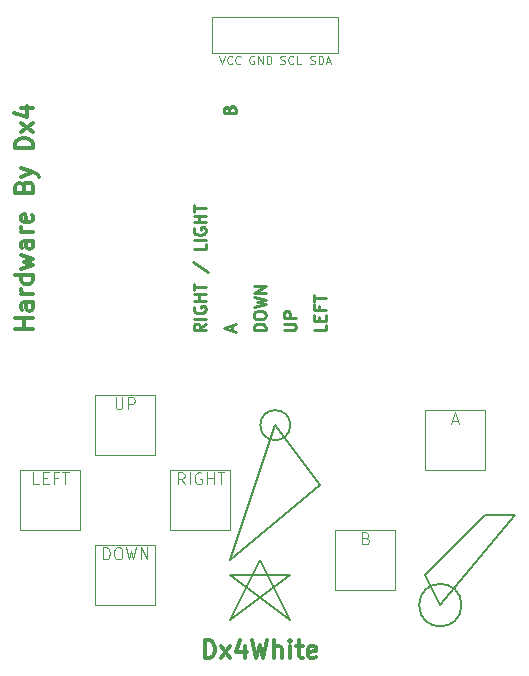
<source format=gbr>
%TF.GenerationSoftware,KiCad,Pcbnew,7.0.9+dfsg-1*%
%TF.CreationDate,2023-12-14T21:32:30+07:00*%
%TF.ProjectId,wifi,77696669-2e6b-4696-9361-645f70636258,rev?*%
%TF.SameCoordinates,Original*%
%TF.FileFunction,Legend,Top*%
%TF.FilePolarity,Positive*%
%FSLAX46Y46*%
G04 Gerber Fmt 4.6, Leading zero omitted, Abs format (unit mm)*
G04 Created by KiCad (PCBNEW 7.0.9+dfsg-1) date 2023-12-14 21:32:30*
%MOMM*%
%LPD*%
G01*
G04 APERTURE LIST*
%ADD10C,0.150000*%
%ADD11C,0.300000*%
%ADD12C,0.250000*%
%ADD13C,0.100000*%
G04 APERTURE END LIST*
D10*
X153670000Y-127000000D02*
X158750000Y-127000000D01*
X153670000Y-130810000D02*
X156210000Y-125730000D01*
X175260000Y-121920000D02*
X177800000Y-121920000D01*
X157480000Y-114300000D02*
X161290000Y-119380000D01*
X161290000Y-119380000D02*
X153670000Y-125730000D01*
X171450000Y-129540000D02*
X170180000Y-127000000D01*
X158750000Y-130810000D02*
X153670000Y-127000000D01*
X153670000Y-125730000D02*
X157480000Y-114300000D01*
X158750000Y-114300000D02*
G75*
G03*
X158750000Y-114300000I-1270000J0D01*
G01*
X170180000Y-127000000D02*
X175260000Y-121920000D01*
X177800000Y-121920000D02*
X171450000Y-129540000D01*
X158750000Y-127000000D02*
X153670000Y-130810000D01*
X156210000Y-125730000D02*
X158750000Y-130810000D01*
X173246051Y-129540000D02*
G75*
G03*
X173246051Y-129540000I-1796051J0D01*
G01*
D11*
X151531428Y-134028328D02*
X151531428Y-132528328D01*
X151531428Y-132528328D02*
X151888571Y-132528328D01*
X151888571Y-132528328D02*
X152102857Y-132599757D01*
X152102857Y-132599757D02*
X152245714Y-132742614D01*
X152245714Y-132742614D02*
X152317143Y-132885471D01*
X152317143Y-132885471D02*
X152388571Y-133171185D01*
X152388571Y-133171185D02*
X152388571Y-133385471D01*
X152388571Y-133385471D02*
X152317143Y-133671185D01*
X152317143Y-133671185D02*
X152245714Y-133814042D01*
X152245714Y-133814042D02*
X152102857Y-133956900D01*
X152102857Y-133956900D02*
X151888571Y-134028328D01*
X151888571Y-134028328D02*
X151531428Y-134028328D01*
X152888571Y-134028328D02*
X153674286Y-133028328D01*
X152888571Y-133028328D02*
X153674286Y-134028328D01*
X154888572Y-133028328D02*
X154888572Y-134028328D01*
X154531429Y-132456900D02*
X154174286Y-133528328D01*
X154174286Y-133528328D02*
X155102857Y-133528328D01*
X155531428Y-132528328D02*
X155888571Y-134028328D01*
X155888571Y-134028328D02*
X156174285Y-132956900D01*
X156174285Y-132956900D02*
X156460000Y-134028328D01*
X156460000Y-134028328D02*
X156817143Y-132528328D01*
X157388571Y-134028328D02*
X157388571Y-132528328D01*
X158031429Y-134028328D02*
X158031429Y-133242614D01*
X158031429Y-133242614D02*
X157960000Y-133099757D01*
X157960000Y-133099757D02*
X157817143Y-133028328D01*
X157817143Y-133028328D02*
X157602857Y-133028328D01*
X157602857Y-133028328D02*
X157460000Y-133099757D01*
X157460000Y-133099757D02*
X157388571Y-133171185D01*
X158745714Y-134028328D02*
X158745714Y-133028328D01*
X158745714Y-132528328D02*
X158674286Y-132599757D01*
X158674286Y-132599757D02*
X158745714Y-132671185D01*
X158745714Y-132671185D02*
X158817143Y-132599757D01*
X158817143Y-132599757D02*
X158745714Y-132528328D01*
X158745714Y-132528328D02*
X158745714Y-132671185D01*
X159245715Y-133028328D02*
X159817143Y-133028328D01*
X159460000Y-132528328D02*
X159460000Y-133814042D01*
X159460000Y-133814042D02*
X159531429Y-133956900D01*
X159531429Y-133956900D02*
X159674286Y-134028328D01*
X159674286Y-134028328D02*
X159817143Y-134028328D01*
X160888572Y-133956900D02*
X160745715Y-134028328D01*
X160745715Y-134028328D02*
X160460001Y-134028328D01*
X160460001Y-134028328D02*
X160317143Y-133956900D01*
X160317143Y-133956900D02*
X160245715Y-133814042D01*
X160245715Y-133814042D02*
X160245715Y-133242614D01*
X160245715Y-133242614D02*
X160317143Y-133099757D01*
X160317143Y-133099757D02*
X160460001Y-133028328D01*
X160460001Y-133028328D02*
X160745715Y-133028328D01*
X160745715Y-133028328D02*
X160888572Y-133099757D01*
X160888572Y-133099757D02*
X160960001Y-133242614D01*
X160960001Y-133242614D02*
X160960001Y-133385471D01*
X160960001Y-133385471D02*
X160245715Y-133528328D01*
D12*
X151579619Y-105706003D02*
X151103428Y-106039336D01*
X151579619Y-106277431D02*
X150579619Y-106277431D01*
X150579619Y-106277431D02*
X150579619Y-105896479D01*
X150579619Y-105896479D02*
X150627238Y-105801241D01*
X150627238Y-105801241D02*
X150674857Y-105753622D01*
X150674857Y-105753622D02*
X150770095Y-105706003D01*
X150770095Y-105706003D02*
X150912952Y-105706003D01*
X150912952Y-105706003D02*
X151008190Y-105753622D01*
X151008190Y-105753622D02*
X151055809Y-105801241D01*
X151055809Y-105801241D02*
X151103428Y-105896479D01*
X151103428Y-105896479D02*
X151103428Y-106277431D01*
X151579619Y-105277431D02*
X150579619Y-105277431D01*
X150627238Y-104277432D02*
X150579619Y-104372670D01*
X150579619Y-104372670D02*
X150579619Y-104515527D01*
X150579619Y-104515527D02*
X150627238Y-104658384D01*
X150627238Y-104658384D02*
X150722476Y-104753622D01*
X150722476Y-104753622D02*
X150817714Y-104801241D01*
X150817714Y-104801241D02*
X151008190Y-104848860D01*
X151008190Y-104848860D02*
X151151047Y-104848860D01*
X151151047Y-104848860D02*
X151341523Y-104801241D01*
X151341523Y-104801241D02*
X151436761Y-104753622D01*
X151436761Y-104753622D02*
X151532000Y-104658384D01*
X151532000Y-104658384D02*
X151579619Y-104515527D01*
X151579619Y-104515527D02*
X151579619Y-104420289D01*
X151579619Y-104420289D02*
X151532000Y-104277432D01*
X151532000Y-104277432D02*
X151484380Y-104229813D01*
X151484380Y-104229813D02*
X151151047Y-104229813D01*
X151151047Y-104229813D02*
X151151047Y-104420289D01*
X151579619Y-103801241D02*
X150579619Y-103801241D01*
X151055809Y-103801241D02*
X151055809Y-103229813D01*
X151579619Y-103229813D02*
X150579619Y-103229813D01*
X150579619Y-102896479D02*
X150579619Y-102325051D01*
X151579619Y-102610765D02*
X150579619Y-102610765D01*
X150532000Y-100515527D02*
X151817714Y-101372669D01*
X151579619Y-98944098D02*
X151579619Y-99420288D01*
X151579619Y-99420288D02*
X150579619Y-99420288D01*
X151579619Y-98610764D02*
X150579619Y-98610764D01*
X150627238Y-97610765D02*
X150579619Y-97706003D01*
X150579619Y-97706003D02*
X150579619Y-97848860D01*
X150579619Y-97848860D02*
X150627238Y-97991717D01*
X150627238Y-97991717D02*
X150722476Y-98086955D01*
X150722476Y-98086955D02*
X150817714Y-98134574D01*
X150817714Y-98134574D02*
X151008190Y-98182193D01*
X151008190Y-98182193D02*
X151151047Y-98182193D01*
X151151047Y-98182193D02*
X151341523Y-98134574D01*
X151341523Y-98134574D02*
X151436761Y-98086955D01*
X151436761Y-98086955D02*
X151532000Y-97991717D01*
X151532000Y-97991717D02*
X151579619Y-97848860D01*
X151579619Y-97848860D02*
X151579619Y-97753622D01*
X151579619Y-97753622D02*
X151532000Y-97610765D01*
X151532000Y-97610765D02*
X151484380Y-97563146D01*
X151484380Y-97563146D02*
X151151047Y-97563146D01*
X151151047Y-97563146D02*
X151151047Y-97753622D01*
X151579619Y-97134574D02*
X150579619Y-97134574D01*
X151055809Y-97134574D02*
X151055809Y-96563146D01*
X151579619Y-96563146D02*
X150579619Y-96563146D01*
X150579619Y-96229812D02*
X150579619Y-95658384D01*
X151579619Y-95944098D02*
X150579619Y-95944098D01*
X153595809Y-87558571D02*
X153643428Y-87415714D01*
X153643428Y-87415714D02*
X153691047Y-87368095D01*
X153691047Y-87368095D02*
X153786285Y-87320476D01*
X153786285Y-87320476D02*
X153929142Y-87320476D01*
X153929142Y-87320476D02*
X154024380Y-87368095D01*
X154024380Y-87368095D02*
X154072000Y-87415714D01*
X154072000Y-87415714D02*
X154119619Y-87510952D01*
X154119619Y-87510952D02*
X154119619Y-87891904D01*
X154119619Y-87891904D02*
X153119619Y-87891904D01*
X153119619Y-87891904D02*
X153119619Y-87558571D01*
X153119619Y-87558571D02*
X153167238Y-87463333D01*
X153167238Y-87463333D02*
X153214857Y-87415714D01*
X153214857Y-87415714D02*
X153310095Y-87368095D01*
X153310095Y-87368095D02*
X153405333Y-87368095D01*
X153405333Y-87368095D02*
X153500571Y-87415714D01*
X153500571Y-87415714D02*
X153548190Y-87463333D01*
X153548190Y-87463333D02*
X153595809Y-87558571D01*
X153595809Y-87558571D02*
X153595809Y-87891904D01*
X156659619Y-106277431D02*
X155659619Y-106277431D01*
X155659619Y-106277431D02*
X155659619Y-106039336D01*
X155659619Y-106039336D02*
X155707238Y-105896479D01*
X155707238Y-105896479D02*
X155802476Y-105801241D01*
X155802476Y-105801241D02*
X155897714Y-105753622D01*
X155897714Y-105753622D02*
X156088190Y-105706003D01*
X156088190Y-105706003D02*
X156231047Y-105706003D01*
X156231047Y-105706003D02*
X156421523Y-105753622D01*
X156421523Y-105753622D02*
X156516761Y-105801241D01*
X156516761Y-105801241D02*
X156612000Y-105896479D01*
X156612000Y-105896479D02*
X156659619Y-106039336D01*
X156659619Y-106039336D02*
X156659619Y-106277431D01*
X155659619Y-105086955D02*
X155659619Y-104896479D01*
X155659619Y-104896479D02*
X155707238Y-104801241D01*
X155707238Y-104801241D02*
X155802476Y-104706003D01*
X155802476Y-104706003D02*
X155992952Y-104658384D01*
X155992952Y-104658384D02*
X156326285Y-104658384D01*
X156326285Y-104658384D02*
X156516761Y-104706003D01*
X156516761Y-104706003D02*
X156612000Y-104801241D01*
X156612000Y-104801241D02*
X156659619Y-104896479D01*
X156659619Y-104896479D02*
X156659619Y-105086955D01*
X156659619Y-105086955D02*
X156612000Y-105182193D01*
X156612000Y-105182193D02*
X156516761Y-105277431D01*
X156516761Y-105277431D02*
X156326285Y-105325050D01*
X156326285Y-105325050D02*
X155992952Y-105325050D01*
X155992952Y-105325050D02*
X155802476Y-105277431D01*
X155802476Y-105277431D02*
X155707238Y-105182193D01*
X155707238Y-105182193D02*
X155659619Y-105086955D01*
X155659619Y-104325050D02*
X156659619Y-104086955D01*
X156659619Y-104086955D02*
X155945333Y-103896479D01*
X155945333Y-103896479D02*
X156659619Y-103706003D01*
X156659619Y-103706003D02*
X155659619Y-103467908D01*
X156659619Y-103086955D02*
X155659619Y-103086955D01*
X155659619Y-103086955D02*
X156659619Y-102515527D01*
X156659619Y-102515527D02*
X155659619Y-102515527D01*
X158199619Y-106277431D02*
X159009142Y-106277431D01*
X159009142Y-106277431D02*
X159104380Y-106229812D01*
X159104380Y-106229812D02*
X159152000Y-106182193D01*
X159152000Y-106182193D02*
X159199619Y-106086955D01*
X159199619Y-106086955D02*
X159199619Y-105896479D01*
X159199619Y-105896479D02*
X159152000Y-105801241D01*
X159152000Y-105801241D02*
X159104380Y-105753622D01*
X159104380Y-105753622D02*
X159009142Y-105706003D01*
X159009142Y-105706003D02*
X158199619Y-105706003D01*
X159199619Y-105229812D02*
X158199619Y-105229812D01*
X158199619Y-105229812D02*
X158199619Y-104848860D01*
X158199619Y-104848860D02*
X158247238Y-104753622D01*
X158247238Y-104753622D02*
X158294857Y-104706003D01*
X158294857Y-104706003D02*
X158390095Y-104658384D01*
X158390095Y-104658384D02*
X158532952Y-104658384D01*
X158532952Y-104658384D02*
X158628190Y-104706003D01*
X158628190Y-104706003D02*
X158675809Y-104753622D01*
X158675809Y-104753622D02*
X158723428Y-104848860D01*
X158723428Y-104848860D02*
X158723428Y-105229812D01*
X161739619Y-105801241D02*
X161739619Y-106277431D01*
X161739619Y-106277431D02*
X160739619Y-106277431D01*
X161215809Y-105467907D02*
X161215809Y-105134574D01*
X161739619Y-104991717D02*
X161739619Y-105467907D01*
X161739619Y-105467907D02*
X160739619Y-105467907D01*
X160739619Y-105467907D02*
X160739619Y-104991717D01*
X161215809Y-104229812D02*
X161215809Y-104563145D01*
X161739619Y-104563145D02*
X160739619Y-104563145D01*
X160739619Y-104563145D02*
X160739619Y-104086955D01*
X160739619Y-103848859D02*
X160739619Y-103277431D01*
X161739619Y-103563145D02*
X160739619Y-103563145D01*
D11*
X136960828Y-106125489D02*
X135460828Y-106125489D01*
X136175114Y-106125489D02*
X136175114Y-105268346D01*
X136960828Y-105268346D02*
X135460828Y-105268346D01*
X136960828Y-103911203D02*
X136175114Y-103911203D01*
X136175114Y-103911203D02*
X136032257Y-103982631D01*
X136032257Y-103982631D02*
X135960828Y-104125488D01*
X135960828Y-104125488D02*
X135960828Y-104411203D01*
X135960828Y-104411203D02*
X136032257Y-104554060D01*
X136889400Y-103911203D02*
X136960828Y-104054060D01*
X136960828Y-104054060D02*
X136960828Y-104411203D01*
X136960828Y-104411203D02*
X136889400Y-104554060D01*
X136889400Y-104554060D02*
X136746542Y-104625488D01*
X136746542Y-104625488D02*
X136603685Y-104625488D01*
X136603685Y-104625488D02*
X136460828Y-104554060D01*
X136460828Y-104554060D02*
X136389400Y-104411203D01*
X136389400Y-104411203D02*
X136389400Y-104054060D01*
X136389400Y-104054060D02*
X136317971Y-103911203D01*
X136960828Y-103196917D02*
X135960828Y-103196917D01*
X136246542Y-103196917D02*
X136103685Y-103125488D01*
X136103685Y-103125488D02*
X136032257Y-103054060D01*
X136032257Y-103054060D02*
X135960828Y-102911202D01*
X135960828Y-102911202D02*
X135960828Y-102768345D01*
X136960828Y-101625489D02*
X135460828Y-101625489D01*
X136889400Y-101625489D02*
X136960828Y-101768346D01*
X136960828Y-101768346D02*
X136960828Y-102054060D01*
X136960828Y-102054060D02*
X136889400Y-102196917D01*
X136889400Y-102196917D02*
X136817971Y-102268346D01*
X136817971Y-102268346D02*
X136675114Y-102339774D01*
X136675114Y-102339774D02*
X136246542Y-102339774D01*
X136246542Y-102339774D02*
X136103685Y-102268346D01*
X136103685Y-102268346D02*
X136032257Y-102196917D01*
X136032257Y-102196917D02*
X135960828Y-102054060D01*
X135960828Y-102054060D02*
X135960828Y-101768346D01*
X135960828Y-101768346D02*
X136032257Y-101625489D01*
X135960828Y-101054060D02*
X136960828Y-100768346D01*
X136960828Y-100768346D02*
X136246542Y-100482631D01*
X136246542Y-100482631D02*
X136960828Y-100196917D01*
X136960828Y-100196917D02*
X135960828Y-99911203D01*
X136960828Y-98696917D02*
X136175114Y-98696917D01*
X136175114Y-98696917D02*
X136032257Y-98768345D01*
X136032257Y-98768345D02*
X135960828Y-98911202D01*
X135960828Y-98911202D02*
X135960828Y-99196917D01*
X135960828Y-99196917D02*
X136032257Y-99339774D01*
X136889400Y-98696917D02*
X136960828Y-98839774D01*
X136960828Y-98839774D02*
X136960828Y-99196917D01*
X136960828Y-99196917D02*
X136889400Y-99339774D01*
X136889400Y-99339774D02*
X136746542Y-99411202D01*
X136746542Y-99411202D02*
X136603685Y-99411202D01*
X136603685Y-99411202D02*
X136460828Y-99339774D01*
X136460828Y-99339774D02*
X136389400Y-99196917D01*
X136389400Y-99196917D02*
X136389400Y-98839774D01*
X136389400Y-98839774D02*
X136317971Y-98696917D01*
X136960828Y-97982631D02*
X135960828Y-97982631D01*
X136246542Y-97982631D02*
X136103685Y-97911202D01*
X136103685Y-97911202D02*
X136032257Y-97839774D01*
X136032257Y-97839774D02*
X135960828Y-97696916D01*
X135960828Y-97696916D02*
X135960828Y-97554059D01*
X136889400Y-96482631D02*
X136960828Y-96625488D01*
X136960828Y-96625488D02*
X136960828Y-96911203D01*
X136960828Y-96911203D02*
X136889400Y-97054060D01*
X136889400Y-97054060D02*
X136746542Y-97125488D01*
X136746542Y-97125488D02*
X136175114Y-97125488D01*
X136175114Y-97125488D02*
X136032257Y-97054060D01*
X136032257Y-97054060D02*
X135960828Y-96911203D01*
X135960828Y-96911203D02*
X135960828Y-96625488D01*
X135960828Y-96625488D02*
X136032257Y-96482631D01*
X136032257Y-96482631D02*
X136175114Y-96411203D01*
X136175114Y-96411203D02*
X136317971Y-96411203D01*
X136317971Y-96411203D02*
X136460828Y-97125488D01*
X136175114Y-94125489D02*
X136246542Y-93911203D01*
X136246542Y-93911203D02*
X136317971Y-93839774D01*
X136317971Y-93839774D02*
X136460828Y-93768346D01*
X136460828Y-93768346D02*
X136675114Y-93768346D01*
X136675114Y-93768346D02*
X136817971Y-93839774D01*
X136817971Y-93839774D02*
X136889400Y-93911203D01*
X136889400Y-93911203D02*
X136960828Y-94054060D01*
X136960828Y-94054060D02*
X136960828Y-94625489D01*
X136960828Y-94625489D02*
X135460828Y-94625489D01*
X135460828Y-94625489D02*
X135460828Y-94125489D01*
X135460828Y-94125489D02*
X135532257Y-93982632D01*
X135532257Y-93982632D02*
X135603685Y-93911203D01*
X135603685Y-93911203D02*
X135746542Y-93839774D01*
X135746542Y-93839774D02*
X135889400Y-93839774D01*
X135889400Y-93839774D02*
X136032257Y-93911203D01*
X136032257Y-93911203D02*
X136103685Y-93982632D01*
X136103685Y-93982632D02*
X136175114Y-94125489D01*
X136175114Y-94125489D02*
X136175114Y-94625489D01*
X135960828Y-93268346D02*
X136960828Y-92911203D01*
X135960828Y-92554060D02*
X136960828Y-92911203D01*
X136960828Y-92911203D02*
X137317971Y-93054060D01*
X137317971Y-93054060D02*
X137389400Y-93125489D01*
X137389400Y-93125489D02*
X137460828Y-93268346D01*
X136960828Y-90839775D02*
X135460828Y-90839775D01*
X135460828Y-90839775D02*
X135460828Y-90482632D01*
X135460828Y-90482632D02*
X135532257Y-90268346D01*
X135532257Y-90268346D02*
X135675114Y-90125489D01*
X135675114Y-90125489D02*
X135817971Y-90054060D01*
X135817971Y-90054060D02*
X136103685Y-89982632D01*
X136103685Y-89982632D02*
X136317971Y-89982632D01*
X136317971Y-89982632D02*
X136603685Y-90054060D01*
X136603685Y-90054060D02*
X136746542Y-90125489D01*
X136746542Y-90125489D02*
X136889400Y-90268346D01*
X136889400Y-90268346D02*
X136960828Y-90482632D01*
X136960828Y-90482632D02*
X136960828Y-90839775D01*
X136960828Y-89482632D02*
X135960828Y-88696918D01*
X135960828Y-89482632D02*
X136960828Y-88696918D01*
X135960828Y-87482632D02*
X136960828Y-87482632D01*
X135389400Y-87839774D02*
X136460828Y-88196917D01*
X136460828Y-88196917D02*
X136460828Y-87268346D01*
D12*
X153833904Y-106325050D02*
X153833904Y-105848860D01*
X154119619Y-106420288D02*
X153119619Y-106086955D01*
X153119619Y-106086955D02*
X154119619Y-105753622D01*
D13*
X143964286Y-111957419D02*
X143964286Y-112766942D01*
X143964286Y-112766942D02*
X144011905Y-112862180D01*
X144011905Y-112862180D02*
X144059524Y-112909800D01*
X144059524Y-112909800D02*
X144154762Y-112957419D01*
X144154762Y-112957419D02*
X144345238Y-112957419D01*
X144345238Y-112957419D02*
X144440476Y-112909800D01*
X144440476Y-112909800D02*
X144488095Y-112862180D01*
X144488095Y-112862180D02*
X144535714Y-112766942D01*
X144535714Y-112766942D02*
X144535714Y-111957419D01*
X145011905Y-112957419D02*
X145011905Y-111957419D01*
X145011905Y-111957419D02*
X145392857Y-111957419D01*
X145392857Y-111957419D02*
X145488095Y-112005038D01*
X145488095Y-112005038D02*
X145535714Y-112052657D01*
X145535714Y-112052657D02*
X145583333Y-112147895D01*
X145583333Y-112147895D02*
X145583333Y-112290752D01*
X145583333Y-112290752D02*
X145535714Y-112385990D01*
X145535714Y-112385990D02*
X145488095Y-112433609D01*
X145488095Y-112433609D02*
X145392857Y-112481228D01*
X145392857Y-112481228D02*
X145011905Y-112481228D01*
X137477618Y-119307419D02*
X137001428Y-119307419D01*
X137001428Y-119307419D02*
X137001428Y-118307419D01*
X137810952Y-118783609D02*
X138144285Y-118783609D01*
X138287142Y-119307419D02*
X137810952Y-119307419D01*
X137810952Y-119307419D02*
X137810952Y-118307419D01*
X137810952Y-118307419D02*
X138287142Y-118307419D01*
X139049047Y-118783609D02*
X138715714Y-118783609D01*
X138715714Y-119307419D02*
X138715714Y-118307419D01*
X138715714Y-118307419D02*
X139191904Y-118307419D01*
X139430000Y-118307419D02*
X140001428Y-118307419D01*
X139715714Y-119307419D02*
X139715714Y-118307419D01*
X142899048Y-125657419D02*
X142899048Y-124657419D01*
X142899048Y-124657419D02*
X143137143Y-124657419D01*
X143137143Y-124657419D02*
X143280000Y-124705038D01*
X143280000Y-124705038D02*
X143375238Y-124800276D01*
X143375238Y-124800276D02*
X143422857Y-124895514D01*
X143422857Y-124895514D02*
X143470476Y-125085990D01*
X143470476Y-125085990D02*
X143470476Y-125228847D01*
X143470476Y-125228847D02*
X143422857Y-125419323D01*
X143422857Y-125419323D02*
X143375238Y-125514561D01*
X143375238Y-125514561D02*
X143280000Y-125609800D01*
X143280000Y-125609800D02*
X143137143Y-125657419D01*
X143137143Y-125657419D02*
X142899048Y-125657419D01*
X144089524Y-124657419D02*
X144280000Y-124657419D01*
X144280000Y-124657419D02*
X144375238Y-124705038D01*
X144375238Y-124705038D02*
X144470476Y-124800276D01*
X144470476Y-124800276D02*
X144518095Y-124990752D01*
X144518095Y-124990752D02*
X144518095Y-125324085D01*
X144518095Y-125324085D02*
X144470476Y-125514561D01*
X144470476Y-125514561D02*
X144375238Y-125609800D01*
X144375238Y-125609800D02*
X144280000Y-125657419D01*
X144280000Y-125657419D02*
X144089524Y-125657419D01*
X144089524Y-125657419D02*
X143994286Y-125609800D01*
X143994286Y-125609800D02*
X143899048Y-125514561D01*
X143899048Y-125514561D02*
X143851429Y-125324085D01*
X143851429Y-125324085D02*
X143851429Y-124990752D01*
X143851429Y-124990752D02*
X143899048Y-124800276D01*
X143899048Y-124800276D02*
X143994286Y-124705038D01*
X143994286Y-124705038D02*
X144089524Y-124657419D01*
X144851429Y-124657419D02*
X145089524Y-125657419D01*
X145089524Y-125657419D02*
X145280000Y-124943133D01*
X145280000Y-124943133D02*
X145470476Y-125657419D01*
X145470476Y-125657419D02*
X145708572Y-124657419D01*
X146089524Y-125657419D02*
X146089524Y-124657419D01*
X146089524Y-124657419D02*
X146660952Y-125657419D01*
X146660952Y-125657419D02*
X146660952Y-124657419D01*
X149796666Y-119307419D02*
X149463333Y-118831228D01*
X149225238Y-119307419D02*
X149225238Y-118307419D01*
X149225238Y-118307419D02*
X149606190Y-118307419D01*
X149606190Y-118307419D02*
X149701428Y-118355038D01*
X149701428Y-118355038D02*
X149749047Y-118402657D01*
X149749047Y-118402657D02*
X149796666Y-118497895D01*
X149796666Y-118497895D02*
X149796666Y-118640752D01*
X149796666Y-118640752D02*
X149749047Y-118735990D01*
X149749047Y-118735990D02*
X149701428Y-118783609D01*
X149701428Y-118783609D02*
X149606190Y-118831228D01*
X149606190Y-118831228D02*
X149225238Y-118831228D01*
X150225238Y-119307419D02*
X150225238Y-118307419D01*
X151225237Y-118355038D02*
X151129999Y-118307419D01*
X151129999Y-118307419D02*
X150987142Y-118307419D01*
X150987142Y-118307419D02*
X150844285Y-118355038D01*
X150844285Y-118355038D02*
X150749047Y-118450276D01*
X150749047Y-118450276D02*
X150701428Y-118545514D01*
X150701428Y-118545514D02*
X150653809Y-118735990D01*
X150653809Y-118735990D02*
X150653809Y-118878847D01*
X150653809Y-118878847D02*
X150701428Y-119069323D01*
X150701428Y-119069323D02*
X150749047Y-119164561D01*
X150749047Y-119164561D02*
X150844285Y-119259800D01*
X150844285Y-119259800D02*
X150987142Y-119307419D01*
X150987142Y-119307419D02*
X151082380Y-119307419D01*
X151082380Y-119307419D02*
X151225237Y-119259800D01*
X151225237Y-119259800D02*
X151272856Y-119212180D01*
X151272856Y-119212180D02*
X151272856Y-118878847D01*
X151272856Y-118878847D02*
X151082380Y-118878847D01*
X151701428Y-119307419D02*
X151701428Y-118307419D01*
X151701428Y-118783609D02*
X152272856Y-118783609D01*
X152272856Y-119307419D02*
X152272856Y-118307419D01*
X152606190Y-118307419D02*
X153177618Y-118307419D01*
X152891904Y-119307419D02*
X152891904Y-118307419D01*
X172481905Y-113941704D02*
X172958095Y-113941704D01*
X172386667Y-114227419D02*
X172720000Y-113227419D01*
X172720000Y-113227419D02*
X173053333Y-114227419D01*
X165171428Y-123863609D02*
X165314285Y-123911228D01*
X165314285Y-123911228D02*
X165361904Y-123958847D01*
X165361904Y-123958847D02*
X165409523Y-124054085D01*
X165409523Y-124054085D02*
X165409523Y-124196942D01*
X165409523Y-124196942D02*
X165361904Y-124292180D01*
X165361904Y-124292180D02*
X165314285Y-124339800D01*
X165314285Y-124339800D02*
X165219047Y-124387419D01*
X165219047Y-124387419D02*
X164838095Y-124387419D01*
X164838095Y-124387419D02*
X164838095Y-123387419D01*
X164838095Y-123387419D02*
X165171428Y-123387419D01*
X165171428Y-123387419D02*
X165266666Y-123435038D01*
X165266666Y-123435038D02*
X165314285Y-123482657D01*
X165314285Y-123482657D02*
X165361904Y-123577895D01*
X165361904Y-123577895D02*
X165361904Y-123673133D01*
X165361904Y-123673133D02*
X165314285Y-123768371D01*
X165314285Y-123768371D02*
X165266666Y-123815990D01*
X165266666Y-123815990D02*
X165171428Y-123863609D01*
X165171428Y-123863609D02*
X164838095Y-123863609D01*
X160440000Y-83695800D02*
X160540000Y-83729133D01*
X160540000Y-83729133D02*
X160706667Y-83729133D01*
X160706667Y-83729133D02*
X160773333Y-83695800D01*
X160773333Y-83695800D02*
X160806667Y-83662466D01*
X160806667Y-83662466D02*
X160840000Y-83595800D01*
X160840000Y-83595800D02*
X160840000Y-83529133D01*
X160840000Y-83529133D02*
X160806667Y-83462466D01*
X160806667Y-83462466D02*
X160773333Y-83429133D01*
X160773333Y-83429133D02*
X160706667Y-83395800D01*
X160706667Y-83395800D02*
X160573333Y-83362466D01*
X160573333Y-83362466D02*
X160506667Y-83329133D01*
X160506667Y-83329133D02*
X160473333Y-83295800D01*
X160473333Y-83295800D02*
X160440000Y-83229133D01*
X160440000Y-83229133D02*
X160440000Y-83162466D01*
X160440000Y-83162466D02*
X160473333Y-83095800D01*
X160473333Y-83095800D02*
X160506667Y-83062466D01*
X160506667Y-83062466D02*
X160573333Y-83029133D01*
X160573333Y-83029133D02*
X160740000Y-83029133D01*
X160740000Y-83029133D02*
X160840000Y-83062466D01*
X161140000Y-83729133D02*
X161140000Y-83029133D01*
X161140000Y-83029133D02*
X161306667Y-83029133D01*
X161306667Y-83029133D02*
X161406667Y-83062466D01*
X161406667Y-83062466D02*
X161473334Y-83129133D01*
X161473334Y-83129133D02*
X161506667Y-83195800D01*
X161506667Y-83195800D02*
X161540000Y-83329133D01*
X161540000Y-83329133D02*
X161540000Y-83429133D01*
X161540000Y-83429133D02*
X161506667Y-83562466D01*
X161506667Y-83562466D02*
X161473334Y-83629133D01*
X161473334Y-83629133D02*
X161406667Y-83695800D01*
X161406667Y-83695800D02*
X161306667Y-83729133D01*
X161306667Y-83729133D02*
X161140000Y-83729133D01*
X161806667Y-83529133D02*
X162140000Y-83529133D01*
X161740000Y-83729133D02*
X161973334Y-83029133D01*
X161973334Y-83029133D02*
X162206667Y-83729133D01*
X157916666Y-83695800D02*
X158016666Y-83729133D01*
X158016666Y-83729133D02*
X158183333Y-83729133D01*
X158183333Y-83729133D02*
X158249999Y-83695800D01*
X158249999Y-83695800D02*
X158283333Y-83662466D01*
X158283333Y-83662466D02*
X158316666Y-83595800D01*
X158316666Y-83595800D02*
X158316666Y-83529133D01*
X158316666Y-83529133D02*
X158283333Y-83462466D01*
X158283333Y-83462466D02*
X158249999Y-83429133D01*
X158249999Y-83429133D02*
X158183333Y-83395800D01*
X158183333Y-83395800D02*
X158049999Y-83362466D01*
X158049999Y-83362466D02*
X157983333Y-83329133D01*
X157983333Y-83329133D02*
X157949999Y-83295800D01*
X157949999Y-83295800D02*
X157916666Y-83229133D01*
X157916666Y-83229133D02*
X157916666Y-83162466D01*
X157916666Y-83162466D02*
X157949999Y-83095800D01*
X157949999Y-83095800D02*
X157983333Y-83062466D01*
X157983333Y-83062466D02*
X158049999Y-83029133D01*
X158049999Y-83029133D02*
X158216666Y-83029133D01*
X158216666Y-83029133D02*
X158316666Y-83062466D01*
X159016666Y-83662466D02*
X158983333Y-83695800D01*
X158983333Y-83695800D02*
X158883333Y-83729133D01*
X158883333Y-83729133D02*
X158816666Y-83729133D01*
X158816666Y-83729133D02*
X158716666Y-83695800D01*
X158716666Y-83695800D02*
X158650000Y-83629133D01*
X158650000Y-83629133D02*
X158616666Y-83562466D01*
X158616666Y-83562466D02*
X158583333Y-83429133D01*
X158583333Y-83429133D02*
X158583333Y-83329133D01*
X158583333Y-83329133D02*
X158616666Y-83195800D01*
X158616666Y-83195800D02*
X158650000Y-83129133D01*
X158650000Y-83129133D02*
X158716666Y-83062466D01*
X158716666Y-83062466D02*
X158816666Y-83029133D01*
X158816666Y-83029133D02*
X158883333Y-83029133D01*
X158883333Y-83029133D02*
X158983333Y-83062466D01*
X158983333Y-83062466D02*
X159016666Y-83095800D01*
X159650000Y-83729133D02*
X159316666Y-83729133D01*
X159316666Y-83729133D02*
X159316666Y-83029133D01*
X152736666Y-83029133D02*
X152970000Y-83729133D01*
X152970000Y-83729133D02*
X153203333Y-83029133D01*
X153836666Y-83662466D02*
X153803333Y-83695800D01*
X153803333Y-83695800D02*
X153703333Y-83729133D01*
X153703333Y-83729133D02*
X153636666Y-83729133D01*
X153636666Y-83729133D02*
X153536666Y-83695800D01*
X153536666Y-83695800D02*
X153470000Y-83629133D01*
X153470000Y-83629133D02*
X153436666Y-83562466D01*
X153436666Y-83562466D02*
X153403333Y-83429133D01*
X153403333Y-83429133D02*
X153403333Y-83329133D01*
X153403333Y-83329133D02*
X153436666Y-83195800D01*
X153436666Y-83195800D02*
X153470000Y-83129133D01*
X153470000Y-83129133D02*
X153536666Y-83062466D01*
X153536666Y-83062466D02*
X153636666Y-83029133D01*
X153636666Y-83029133D02*
X153703333Y-83029133D01*
X153703333Y-83029133D02*
X153803333Y-83062466D01*
X153803333Y-83062466D02*
X153836666Y-83095800D01*
X154536666Y-83662466D02*
X154503333Y-83695800D01*
X154503333Y-83695800D02*
X154403333Y-83729133D01*
X154403333Y-83729133D02*
X154336666Y-83729133D01*
X154336666Y-83729133D02*
X154236666Y-83695800D01*
X154236666Y-83695800D02*
X154170000Y-83629133D01*
X154170000Y-83629133D02*
X154136666Y-83562466D01*
X154136666Y-83562466D02*
X154103333Y-83429133D01*
X154103333Y-83429133D02*
X154103333Y-83329133D01*
X154103333Y-83329133D02*
X154136666Y-83195800D01*
X154136666Y-83195800D02*
X154170000Y-83129133D01*
X154170000Y-83129133D02*
X154236666Y-83062466D01*
X154236666Y-83062466D02*
X154336666Y-83029133D01*
X154336666Y-83029133D02*
X154403333Y-83029133D01*
X154403333Y-83029133D02*
X154503333Y-83062466D01*
X154503333Y-83062466D02*
X154536666Y-83095800D01*
X155676667Y-83062466D02*
X155610000Y-83029133D01*
X155610000Y-83029133D02*
X155510000Y-83029133D01*
X155510000Y-83029133D02*
X155410000Y-83062466D01*
X155410000Y-83062466D02*
X155343334Y-83129133D01*
X155343334Y-83129133D02*
X155310000Y-83195800D01*
X155310000Y-83195800D02*
X155276667Y-83329133D01*
X155276667Y-83329133D02*
X155276667Y-83429133D01*
X155276667Y-83429133D02*
X155310000Y-83562466D01*
X155310000Y-83562466D02*
X155343334Y-83629133D01*
X155343334Y-83629133D02*
X155410000Y-83695800D01*
X155410000Y-83695800D02*
X155510000Y-83729133D01*
X155510000Y-83729133D02*
X155576667Y-83729133D01*
X155576667Y-83729133D02*
X155676667Y-83695800D01*
X155676667Y-83695800D02*
X155710000Y-83662466D01*
X155710000Y-83662466D02*
X155710000Y-83429133D01*
X155710000Y-83429133D02*
X155576667Y-83429133D01*
X156010000Y-83729133D02*
X156010000Y-83029133D01*
X156010000Y-83029133D02*
X156410000Y-83729133D01*
X156410000Y-83729133D02*
X156410000Y-83029133D01*
X156743333Y-83729133D02*
X156743333Y-83029133D01*
X156743333Y-83029133D02*
X156910000Y-83029133D01*
X156910000Y-83029133D02*
X157010000Y-83062466D01*
X157010000Y-83062466D02*
X157076667Y-83129133D01*
X157076667Y-83129133D02*
X157110000Y-83195800D01*
X157110000Y-83195800D02*
X157143333Y-83329133D01*
X157143333Y-83329133D02*
X157143333Y-83429133D01*
X157143333Y-83429133D02*
X157110000Y-83562466D01*
X157110000Y-83562466D02*
X157076667Y-83629133D01*
X157076667Y-83629133D02*
X157010000Y-83695800D01*
X157010000Y-83695800D02*
X156910000Y-83729133D01*
X156910000Y-83729133D02*
X156743333Y-83729133D01*
%TO.C,UP*%
X142210000Y-111760000D02*
X147290000Y-111760000D01*
X142210000Y-116840000D02*
X142210000Y-111760000D01*
X147290000Y-111760000D02*
X147290000Y-116840000D01*
X147290000Y-116840000D02*
X142210000Y-116840000D01*
%TO.C,LEFT*%
X135890000Y-118110000D02*
X140970000Y-118110000D01*
X135890000Y-123190000D02*
X135890000Y-118110000D01*
X140970000Y-118110000D02*
X140970000Y-123190000D01*
X140970000Y-123190000D02*
X135890000Y-123190000D01*
%TO.C,DOWN*%
X142240000Y-124460000D02*
X147320000Y-124460000D01*
X142240000Y-129540000D02*
X142240000Y-124460000D01*
X147320000Y-124460000D02*
X147320000Y-129540000D01*
X147320000Y-129540000D02*
X142240000Y-129540000D01*
%TO.C,RIGHT*%
X148590000Y-118110000D02*
X153670000Y-118110000D01*
X148590000Y-123190000D02*
X148590000Y-118110000D01*
X153670000Y-118110000D02*
X153670000Y-123190000D01*
X153670000Y-123190000D02*
X148590000Y-123190000D01*
%TO.C,A*%
X170180000Y-113030000D02*
X175260000Y-113030000D01*
X170180000Y-118110000D02*
X170180000Y-113030000D01*
X175260000Y-113030000D02*
X175260000Y-118110000D01*
X175260000Y-118110000D02*
X170180000Y-118110000D01*
%TO.C,B*%
X162560000Y-123190000D02*
X167640000Y-123190000D01*
X162560000Y-128270000D02*
X162560000Y-123190000D01*
X167640000Y-123190000D02*
X167640000Y-128270000D01*
X167640000Y-128270000D02*
X162560000Y-128270000D01*
%TO.C,Display*%
X152130000Y-79740000D02*
X162830000Y-79740000D01*
X152130000Y-82820000D02*
X152130000Y-79740000D01*
X162830000Y-79740000D02*
X162830000Y-82820000D01*
X162830000Y-82820000D02*
X152130000Y-82820000D01*
%TD*%
M02*

</source>
